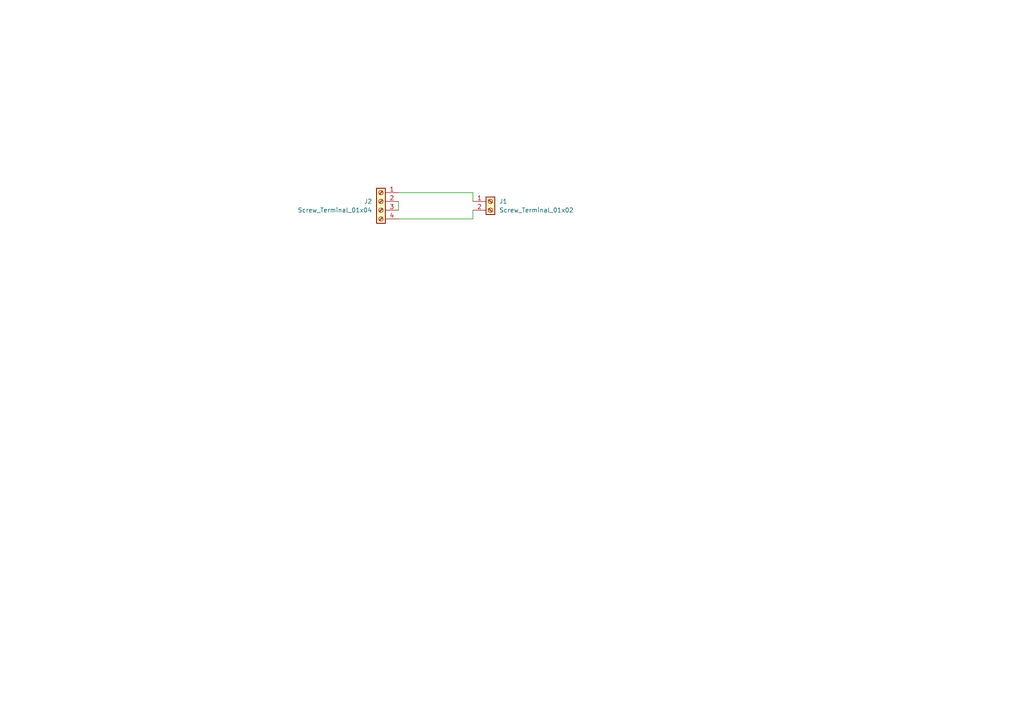
<source format=kicad_sch>
(kicad_sch (version 20231120) (generator "eeschema") (generator_version "8.0")
  (paper "A4")
  (lib_symbols
    (symbol "Connector:Screw_Terminal_01x02" (pin_names (offset 1.016) hide)
      (property "Reference" "J" (at 0 2.54 0))
      (property "Value" "Screw_Terminal_01x02" (at 0 -5.08 0))
      (symbol "Screw_Terminal_01x02_1_1"
        (rectangle (start -1.27 1.27) (end 1.27 -3.81) (stroke (width 0.254)) (fill (type background)))
        (circle (center 0 -2.54) (radius 0.635) (stroke (width 0.1524)))
        (polyline (pts (xy -0.5334 -2.2098) (xy 0.3302 -3.048)) (stroke (width 0.1524)))
        (polyline (pts (xy -0.5334 0.3302) (xy 0.3302 -0.508)) (stroke (width 0.1524)))
        (polyline (pts (xy -0.3556 -2.032) (xy 0.508 -2.8702)) (stroke (width 0.1524)))
        (polyline (pts (xy -0.3556 0.508) (xy 0.508 -0.3302)) (stroke (width 0.1524)))
        (circle (center 0 0) (radius 0.635) (stroke (width 0.1524)))
        (pin passive line (at -5.08 0 0) (length 3.81) (name "Pin_1") (number "1"))
        (pin passive line (at -5.08 -2.54 0) (length 3.81) (name "Pin_2") (number "2"))
      )
    )
    (symbol "Connector:Screw_Terminal_01x04" (pin_names (offset 1.016) hide)
      (property "Reference" "J" (at 0 5.08 0))
      (property "Value" "Screw_Terminal_01x04" (at 0 -7.62 0))
      (symbol "Screw_Terminal_01x04_1_1"
        (rectangle (start -1.27 3.81) (end 1.27 -6.35) (stroke (width 0.254)) (fill (type background)))
        (circle (center 0 -5.08) (radius 0.635) (stroke (width 0.1524)))
        (circle (center 0 -2.54) (radius 0.635) (stroke (width 0.1524)))
        (polyline (pts (xy -0.5334 -4.7498) (xy 0.3302 -5.588)) (stroke (width 0.1524)))
        (polyline (pts (xy -0.5334 -2.2098) (xy 0.3302 -3.048)) (stroke (width 0.1524)))
        (polyline (pts (xy -0.5334 0.3302) (xy 0.3302 -0.508)) (stroke (width 0.1524)))
        (polyline (pts (xy -0.5334 2.8702) (xy 0.3302 2.032)) (stroke (width 0.1524)))
        (polyline (pts (xy -0.3556 -4.572) (xy 0.508 -5.4102)) (stroke (width 0.1524)))
        (polyline (pts (xy -0.3556 -2.032) (xy 0.508 -2.8702)) (stroke (width 0.1524)))
        (polyline (pts (xy -0.3556 0.508) (xy 0.508 -0.3302)) (stroke (width 0.1524)))
        (polyline (pts (xy -0.3556 3.048) (xy 0.508 2.2098)) (stroke (width 0.1524)))
        (circle (center 0 0) (radius 0.635) (stroke (width 0.1524)))
        (circle (center 0 2.54) (radius 0.635) (stroke (width 0.1524)))
        (pin passive line (at -5.08 2.54 0) (length 3.81) (name "Pin_1") (number "1"))
        (pin passive line (at -5.08 0 0) (length 3.81) (name "Pin_2") (number "2"))
        (pin passive line (at -5.08 -2.54 0) (length 3.81) (name "Pin_3") (number "3"))
        (pin passive line (at -5.08 -5.08 0) (length 3.81) (name "Pin_4") (number "4"))
      )
    )
  )
  (wire (pts (xy 137.16 63.5) (xy 115.57 63.5)))
  (wire (pts (xy 137.16 58.42) (xy 137.16 55.88)))
  (wire (pts (xy 137.16 60.96) (xy 137.16 63.5)))
  (wire (pts (xy 137.16 55.88) (xy 115.57 55.88)))
  (wire (pts (xy 115.57 58.42) (xy 115.57 60.96)))
  (symbol (lib_id "Connector:Screw_Terminal_01x02") (at 142.24 58.42 0) (unit 1)
    (property "Reference" "J1" (at 144.78 58.4199 0) (effects (justify left)))
    (property "Value" "Screw_Terminal_01x02" (at 144.78 60.9599 0) (effects (justify left)))
    (property "Footprint" "TerminalBlock_MetzConnect:TerminalBlock_MetzConnect_Type055_RT01502HDWU_1x02_P5.00mm_Horizontal" (effects (hide yes)))
    (property "Description" "Generic screw terminal, single row, 01x02, script generated (kicad-library-utils/schlib/autogen/connector/)" (effects (hide yes)))
  )
  (symbol (lib_id "Connector:Screw_Terminal_01x04") (at 110.49 58.42 0) (mirror y) (unit 1)
    (property "Reference" "J2" (at 107.95 58.4199 0) (effects (justify left)))
    (property "Value" "Screw_Terminal_01x04" (at 107.95 60.9599 0) (effects (justify left)))
    (property "Footprint" "TerminalBlock_MetzConnect:TerminalBlock_MetzConnect_Type055_RT01504HDWU_1x04_P5.00mm_Horizontal" (effects (hide yes)))
    (property "Description" "Generic screw terminal, single row, 01x04, script generated (kicad-library-utils/schlib/autogen/connector/)" (effects (hide yes)))
  )
)
</source>
